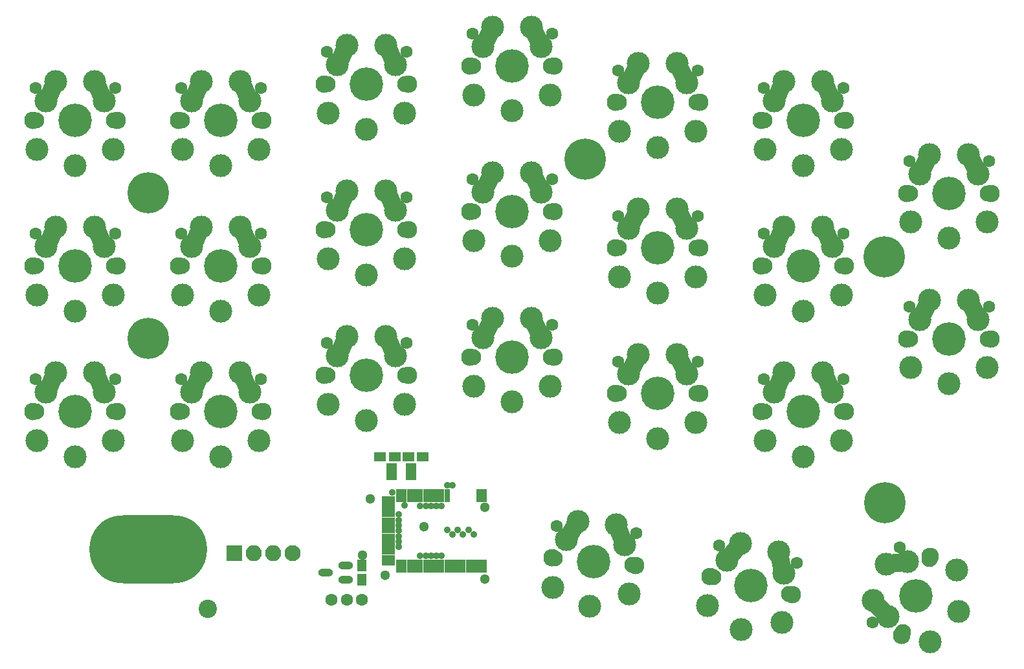
<source format=gts>
G04 #@! TF.FileFunction,Soldermask,Top*
%FSLAX46Y46*%
G04 Gerber Fmt 4.6, Leading zero omitted, Abs format (unit mm)*
G04 Created by KiCad (PCBNEW 4.0.7) date 06/20/18 00:03:06*
%MOMM*%
%LPD*%
G01*
G04 APERTURE LIST*
%ADD10C,0.100000*%
%ADD11R,1.150000X1.600000*%
%ADD12C,2.300000*%
%ADD13C,1.600000*%
%ADD14C,3.000000*%
%ADD15C,2.400000*%
%ADD16C,4.387800*%
%ADD17C,2.101800*%
%ADD18R,1.600000X1.150000*%
%ADD19R,1.400000X2.200000*%
%ADD20O,15.400000X8.900000*%
%ADD21C,2.400000*%
%ADD22C,2.100000*%
%ADD23O,2.100000X2.100000*%
%ADD24R,2.100000X2.100000*%
%ADD25O,1.950000X1.050000*%
%ADD26C,5.400000*%
%ADD27R,1.800000X0.800000*%
%ADD28R,0.800000X1.800000*%
%ADD29C,1.300000*%
%ADD30C,0.900000*%
G04 APERTURE END LIST*
D10*
D11*
X114744000Y-119954000D03*
X114744000Y-121843800D03*
D12*
X128866000Y-92710000D03*
X139866000Y-92710000D03*
D13*
X129146000Y-88510000D03*
X139586000Y-88510000D03*
D14*
X139366000Y-96510000D03*
X129366000Y-96510000D03*
X134366000Y-98610000D03*
D15*
X131629371Y-88001206D02*
X130752629Y-89798794D01*
D14*
X138176000Y-90170000D03*
X136906000Y-87630000D03*
X131826000Y-87630000D03*
D16*
X134366000Y-92710000D03*
D17*
X129286000Y-92710000D03*
X139446000Y-92710000D03*
D14*
X130556000Y-90170000D03*
D15*
X137102629Y-88001206D02*
X137979371Y-89798794D01*
D12*
X128866000Y-54610000D03*
X139866000Y-54610000D03*
D13*
X129146000Y-50410000D03*
X139586000Y-50410000D03*
D14*
X139366000Y-58410000D03*
X129366000Y-58410000D03*
X134366000Y-60510000D03*
D15*
X131629371Y-49901206D02*
X130752629Y-51698794D01*
D14*
X138176000Y-52070000D03*
X136906000Y-49530000D03*
X131826000Y-49530000D03*
D16*
X134366000Y-54610000D03*
D17*
X129286000Y-54610000D03*
X139446000Y-54610000D03*
D14*
X130556000Y-52070000D03*
D15*
X137102629Y-49901206D02*
X137979371Y-51698794D01*
D12*
X109816000Y-56997600D03*
X120816000Y-56997600D03*
D13*
X110096000Y-52797600D03*
X120536000Y-52797600D03*
D14*
X120316000Y-60797600D03*
X110316000Y-60797600D03*
X115316000Y-62897600D03*
D15*
X112579371Y-52288806D02*
X111702629Y-54086394D01*
D14*
X119126000Y-54457600D03*
X117856000Y-51917600D03*
X112776000Y-51917600D03*
D16*
X115316000Y-56997600D03*
D17*
X110236000Y-56997600D03*
X120396000Y-56997600D03*
D14*
X111506000Y-54457600D03*
D15*
X118052629Y-52288806D02*
X118929371Y-54086394D01*
D12*
X71716000Y-61747400D03*
X82716000Y-61747400D03*
D13*
X71996000Y-57547400D03*
X82436000Y-57547400D03*
D14*
X82216000Y-65547400D03*
X72216000Y-65547400D03*
X77216000Y-67647400D03*
D15*
X74479371Y-57038606D02*
X73602629Y-58836194D01*
D14*
X81026000Y-59207400D03*
X79756000Y-56667400D03*
X74676000Y-56667400D03*
D16*
X77216000Y-61747400D03*
D17*
X72136000Y-61747400D03*
X82296000Y-61747400D03*
D14*
X73406000Y-59207400D03*
D15*
X79952629Y-57038606D02*
X80829371Y-58836194D01*
D12*
X90766000Y-99847400D03*
X101766000Y-99847400D03*
D13*
X91046000Y-95647400D03*
X101486000Y-95647400D03*
D14*
X101266000Y-103647400D03*
X91266000Y-103647400D03*
X96266000Y-105747400D03*
D15*
X93529371Y-95138606D02*
X92652629Y-96936194D01*
D14*
X100076000Y-97307400D03*
X98806000Y-94767400D03*
X93726000Y-94767400D03*
D16*
X96266000Y-99847400D03*
D17*
X91186000Y-99847400D03*
X101346000Y-99847400D03*
D14*
X92456000Y-97307400D03*
D15*
X99002629Y-95138606D02*
X99879371Y-96936194D01*
D12*
X139554929Y-119002243D03*
X150513071Y-119960957D03*
D13*
X140199918Y-114842629D03*
X150600190Y-115752535D03*
D14*
X149683782Y-123702919D03*
X139721835Y-122831361D03*
X144519781Y-125359149D03*
D15*
X142718183Y-114552212D02*
X141688107Y-116266546D01*
D14*
X149050877Y-117283329D03*
X148007086Y-114642307D03*
X142946417Y-114199555D03*
D16*
X145034000Y-119481600D03*
D17*
X139973331Y-119038849D03*
X150094669Y-119924351D03*
D14*
X141459874Y-116619202D03*
D15*
X148170614Y-115029238D02*
X148887350Y-116896398D01*
D18*
X120779500Y-105791000D03*
X122679500Y-105791000D03*
X118996500Y-105791000D03*
X117096500Y-105791000D03*
D19*
X121138000Y-107696000D03*
X118638000Y-107696000D03*
D12*
X185316889Y-129120309D03*
X189079111Y-118783691D03*
D13*
X181465946Y-127420711D03*
X185036636Y-117610320D03*
D14*
X192478933Y-120553213D03*
X189058731Y-129950140D03*
X192742186Y-125969919D03*
D15*
X181837199Y-124913087D02*
X183226515Y-126351767D01*
D14*
X186114277Y-119503040D03*
X183293093Y-119827718D03*
X181555630Y-124601357D03*
D16*
X187198000Y-123952000D03*
D17*
X185460538Y-128725639D03*
X188935462Y-119178361D03*
D14*
X183508084Y-126663498D03*
D15*
X183709163Y-119769907D02*
X185698207Y-119560851D01*
D12*
X160238372Y-121440782D03*
X170977628Y-123821618D03*
D13*
X161420781Y-117400942D03*
X171613312Y-119660572D03*
D14*
X169667010Y-127423323D03*
X159904049Y-125258927D03*
X164331006Y-128391346D03*
D15*
X163955410Y-117441708D02*
X162710380Y-119006924D01*
D14*
X169877444Y-120976043D03*
X169187305Y-118221373D03*
X164227721Y-117121860D03*
D16*
X165608000Y-122631200D03*
D17*
X160648416Y-121531687D03*
X170567584Y-123730713D03*
D14*
X162438069Y-119326773D03*
D15*
X169298930Y-118626338D02*
X169765820Y-120571078D01*
D12*
X186016000Y-90322400D03*
X197016000Y-90322400D03*
D13*
X186296000Y-86122400D03*
X196736000Y-86122400D03*
D14*
X196516000Y-94122400D03*
X186516000Y-94122400D03*
X191516000Y-96222400D03*
D15*
X188779371Y-85613606D02*
X187902629Y-87411194D01*
D14*
X195326000Y-87782400D03*
X194056000Y-85242400D03*
X188976000Y-85242400D03*
D16*
X191516000Y-90322400D03*
D17*
X186436000Y-90322400D03*
X196596000Y-90322400D03*
D14*
X187706000Y-87782400D03*
D15*
X194252629Y-85613606D02*
X195129371Y-87411194D01*
D12*
X186016000Y-71272400D03*
X197016000Y-71272400D03*
D13*
X186296000Y-67072400D03*
X196736000Y-67072400D03*
D14*
X196516000Y-75072400D03*
X186516000Y-75072400D03*
X191516000Y-77172400D03*
D15*
X188779371Y-66563606D02*
X187902629Y-68361194D01*
D14*
X195326000Y-68732400D03*
X194056000Y-66192400D03*
X188976000Y-66192400D03*
D16*
X191516000Y-71272400D03*
D17*
X186436000Y-71272400D03*
X196596000Y-71272400D03*
D14*
X187706000Y-68732400D03*
D15*
X194252629Y-66563606D02*
X195129371Y-68361194D01*
D12*
X166966000Y-99847400D03*
X177966000Y-99847400D03*
D13*
X167246000Y-95647400D03*
X177686000Y-95647400D03*
D14*
X177466000Y-103647400D03*
X167466000Y-103647400D03*
X172466000Y-105747400D03*
D15*
X169729371Y-95138606D02*
X168852629Y-96936194D01*
D14*
X176276000Y-97307400D03*
X175006000Y-94767400D03*
X169926000Y-94767400D03*
D16*
X172466000Y-99847400D03*
D17*
X167386000Y-99847400D03*
X177546000Y-99847400D03*
D14*
X168656000Y-97307400D03*
D15*
X175202629Y-95138606D02*
X176079371Y-96936194D01*
D12*
X166966000Y-80797400D03*
X177966000Y-80797400D03*
D13*
X167246000Y-76597400D03*
X177686000Y-76597400D03*
D14*
X177466000Y-84597400D03*
X167466000Y-84597400D03*
X172466000Y-86697400D03*
D15*
X169729371Y-76088606D02*
X168852629Y-77886194D01*
D14*
X176276000Y-78257400D03*
X175006000Y-75717400D03*
X169926000Y-75717400D03*
D16*
X172466000Y-80797400D03*
D17*
X167386000Y-80797400D03*
X177546000Y-80797400D03*
D14*
X168656000Y-78257400D03*
D15*
X175202629Y-76088606D02*
X176079371Y-77886194D01*
D12*
X166966000Y-61747400D03*
X177966000Y-61747400D03*
D13*
X167246000Y-57547400D03*
X177686000Y-57547400D03*
D14*
X177466000Y-65547400D03*
X167466000Y-65547400D03*
X172466000Y-67647400D03*
D15*
X169729371Y-57038606D02*
X168852629Y-58836194D01*
D14*
X176276000Y-59207400D03*
X175006000Y-56667400D03*
X169926000Y-56667400D03*
D16*
X172466000Y-61747400D03*
D17*
X167386000Y-61747400D03*
X177546000Y-61747400D03*
D14*
X168656000Y-59207400D03*
D15*
X175202629Y-57038606D02*
X176079371Y-58836194D01*
D12*
X147916000Y-97485200D03*
X158916000Y-97485200D03*
D13*
X148196000Y-93285200D03*
X158636000Y-93285200D03*
D14*
X158416000Y-101285200D03*
X148416000Y-101285200D03*
X153416000Y-103385200D03*
D15*
X150679371Y-92776406D02*
X149802629Y-94573994D01*
D14*
X157226000Y-94945200D03*
X155956000Y-92405200D03*
X150876000Y-92405200D03*
D16*
X153416000Y-97485200D03*
D17*
X148336000Y-97485200D03*
X158496000Y-97485200D03*
D14*
X149606000Y-94945200D03*
D15*
X156152629Y-92776406D02*
X157029371Y-94573994D01*
D12*
X147916000Y-78435200D03*
X158916000Y-78435200D03*
D13*
X148196000Y-74235200D03*
X158636000Y-74235200D03*
D14*
X158416000Y-82235200D03*
X148416000Y-82235200D03*
X153416000Y-84335200D03*
D15*
X150679371Y-73726406D02*
X149802629Y-75523994D01*
D14*
X157226000Y-75895200D03*
X155956000Y-73355200D03*
X150876000Y-73355200D03*
D16*
X153416000Y-78435200D03*
D17*
X148336000Y-78435200D03*
X158496000Y-78435200D03*
D14*
X149606000Y-75895200D03*
D15*
X156152629Y-73726406D02*
X157029371Y-75523994D01*
D12*
X147916000Y-59385200D03*
X158916000Y-59385200D03*
D13*
X148196000Y-55185200D03*
X158636000Y-55185200D03*
D14*
X158416000Y-63185200D03*
X148416000Y-63185200D03*
X153416000Y-65285200D03*
D15*
X150679371Y-54676406D02*
X149802629Y-56473994D01*
D14*
X157226000Y-56845200D03*
X155956000Y-54305200D03*
X150876000Y-54305200D03*
D16*
X153416000Y-59385200D03*
D17*
X148336000Y-59385200D03*
X158496000Y-59385200D03*
D14*
X149606000Y-56845200D03*
D15*
X156152629Y-54676406D02*
X157029371Y-56473994D01*
D12*
X128866000Y-73660000D03*
X139866000Y-73660000D03*
D13*
X129146000Y-69460000D03*
X139586000Y-69460000D03*
D14*
X139366000Y-77460000D03*
X129366000Y-77460000D03*
X134366000Y-79560000D03*
D15*
X131629371Y-68951206D02*
X130752629Y-70748794D01*
D14*
X138176000Y-71120000D03*
X136906000Y-68580000D03*
X131826000Y-68580000D03*
D16*
X134366000Y-73660000D03*
D17*
X129286000Y-73660000D03*
X139446000Y-73660000D03*
D14*
X130556000Y-71120000D03*
D15*
X137102629Y-68951206D02*
X137979371Y-70748794D01*
D12*
X109816000Y-95097600D03*
X120816000Y-95097600D03*
D13*
X110096000Y-90897600D03*
X120536000Y-90897600D03*
D14*
X120316000Y-98897600D03*
X110316000Y-98897600D03*
X115316000Y-100997600D03*
D15*
X112579371Y-90388806D02*
X111702629Y-92186394D01*
D14*
X119126000Y-92557600D03*
X117856000Y-90017600D03*
X112776000Y-90017600D03*
D16*
X115316000Y-95097600D03*
D17*
X110236000Y-95097600D03*
X120396000Y-95097600D03*
D14*
X111506000Y-92557600D03*
D15*
X118052629Y-90388806D02*
X118929371Y-92186394D01*
D12*
X109816000Y-76047600D03*
X120816000Y-76047600D03*
D13*
X110096000Y-71847600D03*
X120536000Y-71847600D03*
D14*
X120316000Y-79847600D03*
X110316000Y-79847600D03*
X115316000Y-81947600D03*
D15*
X112579371Y-71338806D02*
X111702629Y-73136394D01*
D14*
X119126000Y-73507600D03*
X117856000Y-70967600D03*
X112776000Y-70967600D03*
D16*
X115316000Y-76047600D03*
D17*
X110236000Y-76047600D03*
X120396000Y-76047600D03*
D14*
X111506000Y-73507600D03*
D15*
X118052629Y-71338806D02*
X118929371Y-73136394D01*
D12*
X90766000Y-80797400D03*
X101766000Y-80797400D03*
D13*
X91046000Y-76597400D03*
X101486000Y-76597400D03*
D14*
X101266000Y-84597400D03*
X91266000Y-84597400D03*
X96266000Y-86697400D03*
D15*
X93529371Y-76088606D02*
X92652629Y-77886194D01*
D14*
X100076000Y-78257400D03*
X98806000Y-75717400D03*
X93726000Y-75717400D03*
D16*
X96266000Y-80797400D03*
D17*
X91186000Y-80797400D03*
X101346000Y-80797400D03*
D14*
X92456000Y-78257400D03*
D15*
X99002629Y-76088606D02*
X99879371Y-77886194D01*
D12*
X90766000Y-61747400D03*
X101766000Y-61747400D03*
D13*
X91046000Y-57547400D03*
X101486000Y-57547400D03*
D14*
X101266000Y-65547400D03*
X91266000Y-65547400D03*
X96266000Y-67647400D03*
D15*
X93529371Y-57038606D02*
X92652629Y-58836194D01*
D14*
X100076000Y-59207400D03*
X98806000Y-56667400D03*
X93726000Y-56667400D03*
D16*
X96266000Y-61747400D03*
D17*
X91186000Y-61747400D03*
X101346000Y-61747400D03*
D14*
X92456000Y-59207400D03*
D15*
X99002629Y-57038606D02*
X99879371Y-58836194D01*
D12*
X71716000Y-99847400D03*
X82716000Y-99847400D03*
D13*
X71996000Y-95647400D03*
X82436000Y-95647400D03*
D14*
X82216000Y-103647400D03*
X72216000Y-103647400D03*
X77216000Y-105747400D03*
D15*
X74479371Y-95138606D02*
X73602629Y-96936194D01*
D14*
X81026000Y-97307400D03*
X79756000Y-94767400D03*
X74676000Y-94767400D03*
D16*
X77216000Y-99847400D03*
D17*
X72136000Y-99847400D03*
X82296000Y-99847400D03*
D14*
X73406000Y-97307400D03*
D15*
X79952629Y-95138606D02*
X80829371Y-96936194D01*
D12*
X71716000Y-80797400D03*
X82716000Y-80797400D03*
D13*
X71996000Y-76597400D03*
X82436000Y-76597400D03*
D14*
X82216000Y-84597400D03*
X72216000Y-84597400D03*
X77216000Y-86697400D03*
D15*
X74479371Y-76088606D02*
X73602629Y-77886194D01*
D14*
X81026000Y-78257400D03*
X79756000Y-75717400D03*
X74676000Y-75717400D03*
D16*
X77216000Y-80797400D03*
D17*
X72136000Y-80797400D03*
X82296000Y-80797400D03*
D14*
X73406000Y-78257400D03*
D15*
X79952629Y-76088606D02*
X80829371Y-77886194D01*
D20*
X86741000Y-117856000D03*
D21*
X94519000Y-125634000D03*
D22*
X105664000Y-118389400D03*
D23*
X103124000Y-118389400D03*
X100584000Y-118389400D03*
D24*
X98044000Y-118389400D03*
D25*
X109927000Y-120904000D03*
X112577000Y-119954000D03*
X112577000Y-121854000D03*
D26*
X86741000Y-71247000D03*
X86741000Y-90297000D03*
X143891000Y-66802000D03*
X183007000Y-79629000D03*
X183134000Y-111760000D03*
D13*
X110744000Y-124500000D03*
X114744000Y-124500000D03*
X112744000Y-124500000D03*
D27*
X118146000Y-112643000D03*
D28*
X130746000Y-110843000D03*
X130046000Y-110843000D03*
X125846000Y-110843000D03*
X125146000Y-110843000D03*
X124446000Y-110843000D03*
X123746000Y-110843000D03*
X123046000Y-110843000D03*
X122346000Y-110843000D03*
X121646000Y-110843000D03*
X120946000Y-110843000D03*
X120246000Y-110843000D03*
X119546000Y-110843000D03*
D27*
X118146000Y-111243000D03*
X118146000Y-111943000D03*
X118146000Y-113343000D03*
X118146000Y-114043000D03*
X118146000Y-114743000D03*
X118146000Y-115443000D03*
X118146000Y-116143000D03*
X118146000Y-116843000D03*
X118146000Y-117543000D03*
X118146000Y-118243000D03*
X118146000Y-118943000D03*
X118146000Y-119643000D03*
D28*
X119546000Y-120043000D03*
X120246000Y-120043000D03*
X120946000Y-120043000D03*
X121646000Y-120043000D03*
X122346000Y-120043000D03*
X123046000Y-120043000D03*
X123746000Y-120043000D03*
X124446000Y-120043000D03*
X125146000Y-120043000D03*
X125846000Y-120043000D03*
X126546000Y-120043000D03*
X127246000Y-120043000D03*
X127946000Y-120043000D03*
X128646000Y-120043000D03*
X129346000Y-120043000D03*
X130046000Y-120043000D03*
X130746000Y-120043000D03*
D29*
X130750000Y-112390000D03*
X122834400Y-114909600D03*
X130750000Y-121760000D03*
X117740000Y-121290000D03*
X114750000Y-118650000D03*
X115824000Y-111252000D03*
D30*
X125850000Y-115340000D03*
X125840000Y-109490000D03*
X126560000Y-115900000D03*
X126550000Y-109490000D03*
X119496000Y-116148000D03*
X119496000Y-113338000D03*
X125150000Y-112200000D03*
X119496000Y-116848000D03*
X118710000Y-110440000D03*
X127250000Y-115350000D03*
X119496000Y-117548000D03*
X120250000Y-112100000D03*
X122346000Y-118698000D03*
X119496000Y-115448000D03*
X122346000Y-112198000D03*
X127950000Y-115900000D03*
X119496000Y-114038000D03*
X123050000Y-112200000D03*
X128650000Y-115350000D03*
X125146000Y-118698000D03*
X119496000Y-114748000D03*
X123750000Y-112200000D03*
X129350000Y-115900000D03*
X124446000Y-118698000D03*
X124450000Y-112200000D03*
X123046000Y-118698000D03*
X123746000Y-118698000D03*
M02*

</source>
